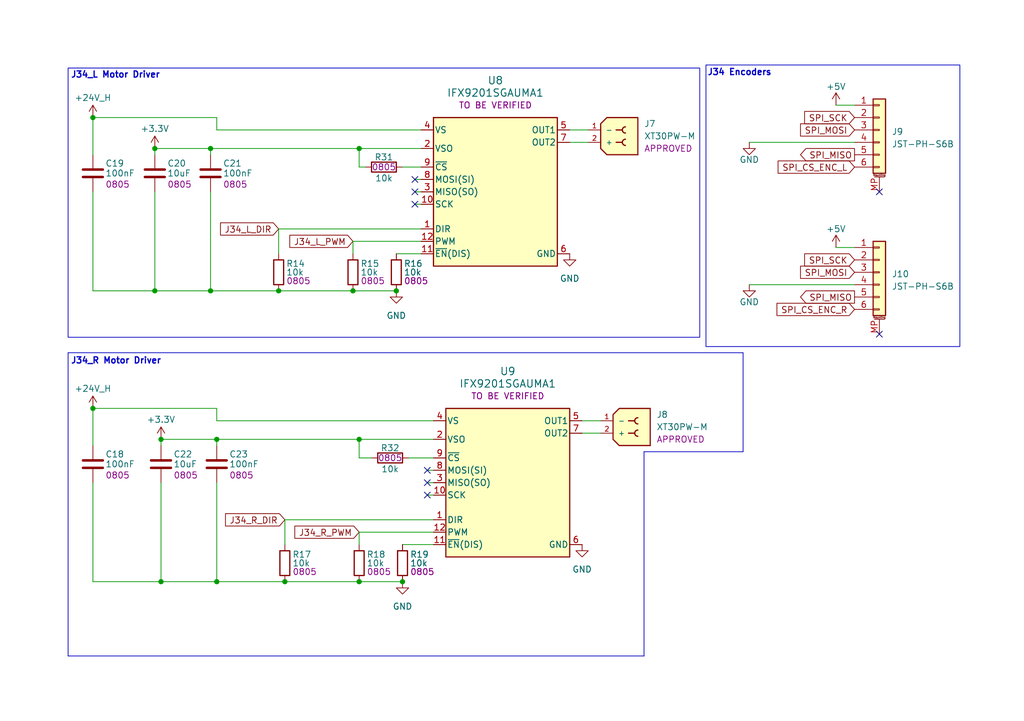
<source format=kicad_sch>
(kicad_sch (version 20231120) (generator "eeschema") (generator_version "8.0")
  (paper "A5")
  (title_block (title "${PROJECTNAME}") (date "2025-02-08") (rev "${REVISION}") (company "${GROUP_NAME}") (comment 1 "${AUTHOR}"))
  (lib_symbols
    (symbol "Connector_Generic_MountingPin:Conn_01x06_MountingPin" (pin_names (offset 1.016) hide)
      (property "Reference" "J" (at 0 7.62 0))
      (property "Value" "Conn_01x06_MountingPin" (at 1.27 -10.16 0))
      (symbol "Conn_01x06_MountingPin_1_1"
        (rectangle (start -1.27 -7.493) (end 0 -7.747) (stroke (width 0.1524)))
        (rectangle (start -1.27 -4.953) (end 0 -5.207) (stroke (width 0.1524)))
        (rectangle (start -1.27 -2.413) (end 0 -2.667) (stroke (width 0.1524)))
        (rectangle (start -1.27 0.127) (end 0 -0.127) (stroke (width 0.1524)))
        (rectangle (start -1.27 2.667) (end 0 2.413) (stroke (width 0.1524)))
        (rectangle (start -1.27 5.207) (end 0 4.953) (stroke (width 0.1524)))
        (rectangle (start -1.27 6.35) (end 1.27 -8.89) (stroke (width 0.254)) (fill (type background)))
        (polyline (pts (xy -1.016 -9.652) (xy 1.016 -9.652)) (stroke (width 0.1524)))
        (text "Mounting" (at 0 -9.271 0) (effects (font (size 0.381 0.381))))
        (pin passive line (at -5.08 5.08 0) (length 3.81) (name "Pin_1") (number "1"))
        (pin passive line (at -5.08 2.54 0) (length 3.81) (name "Pin_2") (number "2"))
        (pin passive line (at -5.08 0 0) (length 3.81) (name "Pin_3") (number "3"))
        (pin passive line (at -5.08 -2.54 0) (length 3.81) (name "Pin_4") (number "4"))
        (pin passive line (at -5.08 -5.08 0) (length 3.81) (name "Pin_5") (number "5"))
        (pin passive line (at -5.08 -7.62 0) (length 3.81) (name "Pin_6") (number "6"))
        (pin passive line (at 0 -12.7 90) (length 3.048) (name "MountPin") (number "MP"))
      )
    )
    (symbol "RoverLibrary:C_0805" (pin_numbers hide) (pin_names (offset 0.254))
      (property "Reference" "C" (at 2.54 2.032 0))
      (property "Value" "~" (at 2.54 0 0))
      (property "Package" "0805" (at 2.54 -2.286 0))
      (symbol "C_0805_0_1"
        (polyline (pts (xy -2.032 -0.762) (xy 2.032 -0.762)) (stroke (width 0.508)))
        (polyline (pts (xy -2.032 0.762) (xy 2.032 0.762)) (stroke (width 0.508)))
      )
      (symbol "C_0805_1_1"
        (pin passive line (at 0 3.81 270) (length 2.794) (name "~") (number "1"))
        (pin passive line (at 0 -3.81 90) (length 2.794) (name "~") (number "2"))
      )
    )
    (symbol "RoverLibrary:Drive-IFX9201SGAUMA1" (pin_names (offset 0.254))
      (property "Reference" "U" (at 0 -1.27 0))
      (property "Value" "IFX9201SGAUMA1" (at 0 -3.81 0))
      (property "STATUS" "TO BE VERIFIED" (at 0 1.016 0))
      (symbol "Drive-IFX9201SGAUMA1_1_1"
        (rectangle (start -12.7 -6.35) (end 12.7 -36.83) (stroke (width 0.254)) (fill (type background)))
        (pin input line (at -15.24 -29.21 0) (length 2.54) (name "DIR") (number "1"))
        (pin input line (at -15.24 -24.13 0) (length 2.54) (name "SCK") (number "10"))
        (pin input line (at -15.24 -34.29 0) (length 2.54) (name "~{EN}(DIS)") (number "11"))
        (pin input line (at -15.24 -31.75 0) (length 2.54) (name "PWM") (number "12"))
        (pin input line (at -15.24 -12.7 0) (length 2.54) (name "VSO") (number "2"))
        (pin output line (at -15.24 -21.59 0) (length 2.54) (name "MISO(SO)") (number "3"))
        (pin power_in line (at -15.24 -8.89 0) (length 2.54) (name "VS") (number "4"))
        (pin power_out line (at 15.24 -8.89 180) (length 2.54) (name "OUT1") (number "5"))
        (pin input line (at 15.24 -34.29 180) (length 2.54) (name "GND") (number "6"))
        (pin power_out line (at 15.24 -11.43 180) (length 2.54) (name "OUT2") (number "7"))
        (pin input line (at -15.24 -19.05 0) (length 2.54) (name "MOSI(SI)") (number "8"))
        (pin input line (at -15.24 -16.51 0) (length 2.54) (name "~{CS}") (number "9"))
      )
    )
    (symbol "RoverLibrary:R_0805" (pin_numbers hide) (pin_names (offset 0))
      (property "Reference" "R" (at 2.032 0 90))
      (property "Value" "k" (at 0 0 90))
      (property "Package" "0805" (at -2.286 0 90))
      (symbol "R_0805_0_1"
        (rectangle (start -1.016 -2.54) (end 1.016 2.54) (stroke (width 0.254)))
      )
      (symbol "R_0805_1_1"
        (pin passive line (at 0 3.81 270) (length 1.27) (name "~") (number "1"))
        (pin passive line (at 0 -3.81 90) (length 1.27) (name "~") (number "2"))
      )
    )
    (symbol "RoverLibrary:XT30PW-F" (pin_names (offset 1.016))
      (property "Reference" "J" (at -7.62 3.81 0))
      (property "Value" "XT30PW-F" (at -7.62 -7.62 0))
      (property "STATUS" "APPROVED" (at -3.81 6.604 0))
      (symbol "XT30PW-F_0_0"
        (arc (start -5.0773 -3.175) (mid -4.445 -2.54) (end -5.0773 -1.905) (stroke (width 0.254)))
        (arc (start -5.0773 -0.635) (mid -4.445 0) (end -5.0773 0.635) (stroke (width 0.254)))
        (polyline (pts (xy -3.1723 -2.54) (xy -4.4423 -2.54)) (stroke (width 0.254)))
        (polyline (pts (xy -3.1723 0) (xy -4.4423 0)) (stroke (width 0.254)))
      )
      (symbol "XT30PW-F_1_0"
        (polyline (pts (xy -7.62 2.54) (xy -1.27 2.54) (xy -1.27 2.54) (xy 0 1.27) (xy 0 -3.81) (xy -1.27 -5.08) (xy -7.62 -5.08) (xy -7.62 2.54)) (stroke (width 0.254)) (fill (type background)))
        (pin power_in line (at 2.54 -2.54 180) (length 2.54) (name "-") (number "1"))
        (pin power_in line (at 2.54 0 180) (length 2.54) (name "+") (number "2"))
      )
    )
    (symbol "power:+24V" (power) (pin_numbers hide) (pin_names (offset 0) hide)
      (property "Value" "+24V" (at 0 3.556 0))
      (symbol "+24V_0_1"
        (polyline (pts (xy -0.762 1.27) (xy 0 2.54)))
        (polyline (pts (xy 0 0) (xy 0 2.54)))
        (polyline (pts (xy 0 2.54) (xy 0.762 1.27)))
      )
      (symbol "+24V_1_1"
        (pin power_in line (at 0 0 90) (length 0) (name "~") (number "1"))
      )
    )
    (symbol "power:+3.3V" (power) (pin_numbers hide) (pin_names (offset 0) hide)
      (property "Value" "+3.3V" (at 0 3.556 0))
      (symbol "+3.3V_0_1"
        (polyline (pts (xy -0.762 1.27) (xy 0 2.54)))
        (polyline (pts (xy 0 0) (xy 0 2.54)))
        (polyline (pts (xy 0 2.54) (xy 0.762 1.27)))
      )
      (symbol "+3.3V_1_1"
        (pin power_in line (at 0 0 90) (length 0) (name "~") (number "1"))
      )
    )
    (symbol "power:+5V" (power) (pin_numbers hide) (pin_names (offset 0) hide)
      (property "Value" "+5V" (at 0 3.556 0))
      (symbol "+5V_0_1"
        (polyline (pts (xy -0.762 1.27) (xy 0 2.54)))
        (polyline (pts (xy 0 0) (xy 0 2.54)))
        (polyline (pts (xy 0 2.54) (xy 0.762 1.27)))
      )
      (symbol "+5V_1_1"
        (pin power_in line (at 0 0 90) (length 0) (name "~") (number "1"))
      )
    )
    (symbol "power:GND" (power) (pin_numbers hide) (pin_names (offset 0) hide)
      (property "Value" "GND" (at 0 -3.81 0))
      (symbol "GND_0_1"
        (polyline (pts (xy 0 0) (xy 0 -1.27) (xy 1.27 -1.27) (xy 0 -2.54) (xy -1.27 -1.27) (xy 0 -1.27)))
      )
      (symbol "GND_1_1"
        (pin power_in line (at 0 0 270) (length 0) (name "~") (number "1"))
      )
    )
  )
  (junction (at 19.05 83.82))
  (junction (at 73.66 30.48))
  (junction (at 44.45 119.38))
  (junction (at 81.28 59.69))
  (junction (at 58.42 119.38))
  (junction (at 73.66 119.38))
  (junction (at 33.02 119.38))
  (junction (at 31.75 30.48))
  (junction (at 31.75 59.69))
  (junction (at 73.66 90.17))
  (junction (at 72.39 59.69))
  (junction (at 82.55 119.38))
  (junction (at 33.02 90.17))
  (junction (at 19.05 24.13))
  (junction (at 44.45 90.17))
  (junction (at 43.18 30.48))
  (junction (at 43.18 59.69))
  (junction (at 57.15 59.69))
  (no_connect (at 87.63 99.06))
  (no_connect (at 85.09 39.37))
  (no_connect (at 87.63 101.6))
  (no_connect (at 87.63 96.52))
  (no_connect (at 85.09 41.91))
  (no_connect (at 85.09 36.83))
  (no_connect (at 180.34 68.58))
  (no_connect (at 180.34 39.37))
  (polyline (pts (xy 13.97 134.62) (xy 132.08 134.62)))
  (wire (pts (xy 73.66 93.98) (xy 76.2 93.98)))
  (wire (pts (xy 31.75 59.69) (xy 31.75 39.37)))
  (wire (pts (xy 31.75 59.69) (xy 43.18 59.69)))
  (wire (pts (xy 123.19 88.9) (xy 119.38 88.9)))
  (wire (pts (xy 72.39 52.07) (xy 72.39 49.53)))
  (wire (pts (xy 73.66 109.22) (xy 88.9 109.22)))
  (wire (pts (xy 44.45 26.67) (xy 86.36 26.67)))
  (polyline (pts (xy 152.4 92.71) (xy 152.4 72.39)))
  (wire (pts (xy 43.18 30.48) (xy 73.66 30.48)))
  (wire (pts (xy 85.09 41.91) (xy 86.36 41.91)))
  (wire (pts (xy 33.02 119.38) (xy 44.45 119.38)))
  (wire (pts (xy 153.67 29.21) (xy 175.26 29.21)))
  (wire (pts (xy 19.05 24.13) (xy 44.45 24.13)))
  (wire (pts (xy 33.02 119.38) (xy 33.02 99.06)))
  (wire (pts (xy 72.39 49.53) (xy 86.36 49.53)))
  (wire (pts (xy 44.45 24.13) (xy 44.45 26.67)))
  (wire (pts (xy 73.66 93.98) (xy 73.66 90.17)))
  (wire (pts (xy 87.63 101.6) (xy 88.9 101.6)))
  (wire (pts (xy 31.75 31.75) (xy 31.75 30.48)))
  (wire (pts (xy 120.65 29.21) (xy 116.84 29.21)))
  (wire (pts (xy 72.39 59.69) (xy 81.28 59.69)))
  (wire (pts (xy 44.45 91.44) (xy 44.45 90.17)))
  (wire (pts (xy 57.15 46.99) (xy 86.36 46.99)))
  (wire (pts (xy 73.66 30.48) (xy 86.36 30.48)))
  (wire (pts (xy 82.55 111.76) (xy 88.9 111.76)))
  (wire (pts (xy 58.42 106.68) (xy 88.9 106.68)))
  (wire (pts (xy 73.66 119.38) (xy 82.55 119.38)))
  (wire (pts (xy 85.09 36.83) (xy 86.36 36.83)))
  (wire (pts (xy 43.18 59.69) (xy 43.18 39.37)))
  (wire (pts (xy 58.42 111.76) (xy 58.42 106.68)))
  (wire (pts (xy 73.66 34.29) (xy 73.66 30.48)))
  (wire (pts (xy 58.42 119.38) (xy 73.66 119.38)))
  (wire (pts (xy 19.05 31.75) (xy 19.05 24.13)))
  (wire (pts (xy 171.45 21.59) (xy 175.26 21.59)))
  (wire (pts (xy 44.45 86.36) (xy 88.9 86.36)))
  (polyline (pts (xy 13.97 72.39) (xy 152.4 72.39)))
  (wire (pts (xy 19.05 91.44) (xy 19.05 83.82)))
  (wire (pts (xy 123.19 86.36) (xy 119.38 86.36)))
  (wire (pts (xy 43.18 59.69) (xy 57.15 59.69)))
  (wire (pts (xy 73.66 90.17) (xy 88.9 90.17)))
  (wire (pts (xy 44.45 83.82) (xy 44.45 86.36)))
  (wire (pts (xy 19.05 119.38) (xy 19.05 99.06)))
  (wire (pts (xy 19.05 119.38) (xy 33.02 119.38)))
  (wire (pts (xy 171.45 50.8) (xy 175.26 50.8)))
  (wire (pts (xy 33.02 91.44) (xy 33.02 90.17)))
  (wire (pts (xy 85.09 39.37) (xy 86.36 39.37)))
  (wire (pts (xy 33.02 90.17) (xy 44.45 90.17)))
  (wire (pts (xy 44.45 119.38) (xy 44.45 99.06)))
  (wire (pts (xy 87.63 99.06) (xy 88.9 99.06)))
  (wire (pts (xy 44.45 119.38) (xy 58.42 119.38)))
  (wire (pts (xy 82.55 34.29) (xy 86.36 34.29)))
  (wire (pts (xy 43.18 31.75) (xy 43.18 30.48)))
  (wire (pts (xy 57.15 52.07) (xy 57.15 46.99)))
  (wire (pts (xy 83.82 93.98) (xy 88.9 93.98)))
  (wire (pts (xy 19.05 83.82) (xy 44.45 83.82)))
  (wire (pts (xy 19.05 59.69) (xy 31.75 59.69)))
  (polyline (pts (xy 132.08 134.62) (xy 132.08 92.71)))
  (wire (pts (xy 31.75 30.48) (xy 43.18 30.48)))
  (wire (pts (xy 120.65 26.67) (xy 116.84 26.67)))
  (wire (pts (xy 87.63 96.52) (xy 88.9 96.52)))
  (wire (pts (xy 19.05 59.69) (xy 19.05 39.37)))
  (wire (pts (xy 153.67 58.42) (xy 175.26 58.42)))
  (polyline (pts (xy 132.08 92.71) (xy 152.4 92.71)))
  (wire (pts (xy 74.93 34.29) (xy 73.66 34.29)))
  (wire (pts (xy 57.15 59.69) (xy 72.39 59.69)))
  (polyline (pts (xy 13.97 72.39) (xy 13.97 134.62)))
  (wire (pts (xy 44.45 90.17) (xy 73.66 90.17)))
  (wire (pts (xy 81.28 52.07) (xy 86.36 52.07)))
  (wire (pts (xy 73.66 111.76) (xy 73.66 109.22)))
  (rectangle (start 13.97 13.97) (end 143.51 69.215))
  (rectangle (start 144.78 13.335) (end 196.85 71.12))
  (text "J34_L Motor Driver" (at 14.478 15.494 0) (effects (font (size 1.27 1.27) (thickness 0.254) (bold yes)) (justify left)))
  (text "J34 Encoders" (at 145.034 14.986 0) (effects (font (size 1.27 1.27) (thickness 0.254) (bold yes)) (justify left)))
  (text "J34_R Motor Driver" (at 14.478 74.168 0) (effects (font (size 1.27 1.27) (thickness 0.254) (bold yes)) (justify left)))
  (global_label "SPI_CS_ENC_L" (shape input) (at 175.26 34.29 180) (property "Intersheetrefs" "${INTERSHEET_REFS}" (effects (hide yes))))
  (global_label "SPI_MOSI" (shape input) (at 175.26 26.67 180) (property "Intersheetrefs" "${INTERSHEET_REFS}" (effects (hide yes))))
  (global_label "SPI_MOSI" (shape input) (at 175.26 55.88 180) (property "Intersheetrefs" "${INTERSHEET_REFS}" (effects (hide yes))))
  (global_label "J34_R_DIR" (shape input) (at 58.42 106.68 180) (property "Intersheetrefs" "${INTERSHEET_REFS}" (effects (hide yes))))
  (global_label "SPI_MISO" (shape output) (at 175.26 60.96 180) (property "Intersheetrefs" "${INTERSHEET_REFS}" (effects (hide yes))))
  (global_label "J34_R_PWM" (shape input) (at 73.66 109.22 180) (property "Intersheetrefs" "${INTERSHEET_REFS}" (effects (hide yes))))
  (global_label "SPI_MISO" (shape output) (at 175.26 31.75 180) (property "Intersheetrefs" "${INTERSHEET_REFS}" (effects (hide yes))))
  (global_label "SPI_CS_ENC_R" (shape input) (at 175.26 63.5 180) (property "Intersheetrefs" "${INTERSHEET_REFS}" (effects (hide yes))))
  (global_label "J34_L_DIR" (shape input) (at 57.15 46.99 180) (property "Intersheetrefs" "${INTERSHEET_REFS}" (effects (hide yes))))
  (global_label "J34_L_PWM" (shape input) (at 72.39 49.53 180) (property "Intersheetrefs" "${INTERSHEET_REFS}" (effects (hide yes))))
  (global_label "SPI_SCK" (shape input) (at 175.26 24.13 180) (property "Intersheetrefs" "${INTERSHEET_REFS}" (effects (hide yes))))
  (global_label "SPI_SCK" (shape input) (at 175.26 53.34 180) (property "Intersheetrefs" "${INTERSHEET_REFS}" (effects (hide yes))))
  (symbol (lib_id "power:+5V") (at 171.45 50.8 0) (unit 1)
    (property "Reference" "#PWR060" (effects (hide yes)))
    (property "Value" "+5V" (at 171.45 46.99 0))
    (property "Description" "Power symbol creates a global label with name \"+5V\"" (effects (hide yes)))
  )
  (symbol (lib_id "power:GND") (at 153.67 29.21 0) (unit 1)
    (property "Reference" "#PWR059" (effects (hide yes)))
    (property "Value" "GND" (at 153.67 32.766 0))
    (property "Description" "Power symbol creates a global label with name \"GND\" , ground" (effects (hide yes)))
  )
  (symbol (lib_id "power:GND") (at 81.28 59.69 0) (unit 1)
    (property "Reference" "#PWR053" (effects (hide yes)))
    (property "Value" "GND" (at 81.28 64.77 0))
    (property "Description" "Power symbol creates a global label with name \"GND\" , ground" (effects (hide yes)))
  )
  (symbol (lib_id "RoverLibrary:C_0805") (at 31.75 35.56 0) (unit 1)
    (property "Reference" "C20" (at 34.29 33.528 0) (effects (justify left)))
    (property "Value" "10uF" (at 34.29 35.56 0) (effects (justify left)))
    (property "Footprint" "Capacitor_SMD:C_0805_2012Metric_Pad1.18x1.45mm_HandSolder" (effects (hide yes)))
    (property "Description" "Unpolarized capacitor" (effects (hide yes)))
    (property "Package" "0805" (at 34.29 37.846 0) (effects (justify left)))
  )
  (symbol (lib_id "power:GND") (at 119.38 111.76 0) (unit 1)
    (property "Reference" "#PWR056" (effects (hide yes)))
    (property "Value" "GND" (at 119.38 116.84 0))
    (property "Description" "Power symbol creates a global label with name \"GND\" , ground" (effects (hide yes)))
  )
  (symbol (lib_id "RoverLibrary:Drive-IFX9201SGAUMA1") (at 101.6 17.78 0) (unit 1)
    (property "Reference" "U8" (at 101.6 16.51 0) (effects (font (size 1.524 1.524))))
    (property "Value" "IFX9201SGAUMA1" (at 101.6 19.05 0) (effects (font (size 1.524 1.524))))
    (property "Footprint" "RoverFootprint:DRIVE_IFX9201SGAUMA1" (effects (hide yes)))
    (property "Datasheet" "https://www.infineon.com/dgdl/Infineon-IFX9201SG-DS-v01_01-EN.pdf?fileId=5546d4624cb7f111014d2e8916795dea&ack=t" (effects (hide yes)))
    (property "Description" "Full H-Bridge, DC Drive, SPI, 6A" (effects (hide yes)))
    (property "STATUS" "TO BE VERIFIED" (at 101.6 21.59 0))
  )
  (symbol (lib_id "RoverLibrary:C_0805") (at 19.05 35.56 0) (unit 1)
    (property "Reference" "C19" (at 21.59 33.528 0) (effects (justify left)))
    (property "Value" "100nF" (at 21.59 35.56 0) (effects (justify left)))
    (property "Footprint" "Capacitor_SMD:C_0805_2012Metric_Pad1.18x1.45mm_HandSolder" (effects (hide yes)))
    (property "Description" "Unpolarized capacitor" (effects (hide yes)))
    (property "Package" "0805" (at 21.59 37.846 0) (effects (justify left)))
  )
  (symbol (lib_id "RoverLibrary:R_0805") (at 81.28 55.88 0) (unit 1)
    (property "Reference" "R16" (at 82.804 54.102 0) (effects (justify left)))
    (property "Value" "10k" (at 82.804 55.88 0) (effects (justify left)))
    (property "Footprint" "Resistor_SMD:R_0805_2012Metric_Pad1.20x1.40mm_HandSolder" (effects (hide yes)))
    (property "Description" "Resistor" (effects (hide yes)))
    (property "Package" "0805" (at 85.344 57.658 0))
  )
  (symbol (lib_id "RoverLibrary:Drive-IFX9201SGAUMA1") (at 104.14 77.47 0) (unit 1)
    (property "Reference" "U9" (at 104.14 76.2 0) (effects (font (size 1.524 1.524))))
    (property "Value" "IFX9201SGAUMA1" (at 104.14 78.74 0) (effects (font (size 1.524 1.524))))
    (property "Footprint" "RoverFootprint:DRIVE_IFX9201SGAUMA1" (effects (hide yes)))
    (property "Datasheet" "https://www.infineon.com/dgdl/Infineon-IFX9201SG-DS-v01_01-EN.pdf?fileId=5546d4624cb7f111014d2e8916795dea&ack=t" (effects (hide yes)))
    (property "Description" "Full H-Bridge, DC Drive, SPI, 6A" (effects (hide yes)))
    (property "STATUS" "TO BE VERIFIED" (at 104.14 81.28 0))
  )
  (symbol (lib_id "RoverLibrary:XT30PW-F") (at 123.19 29.21 180) (unit 1)
    (property "Reference" "J7" (at 132.08 25.3999 0) (effects (justify right)))
    (property "Value" "XT30PW-M" (at 132.08 27.9399 0) (effects (justify right)))
    (property "Footprint" "RoverFootprint:AMASS_XT30PW-F_1x02_P2.50mm_Horizontal" (effects (hide yes)))
    (property "STATUS" "APPROVED" (at 132.08 30.4799 0) (effects (justify right)))
    (property "MF" "amass" (effects (hide yes)))
    (property "MAXIMUM_PACKAGE_HEIGHT" "5 mm" (effects (hide yes)))
    (property "Package" "None" (effects (hide yes)))
    (property "Price" "None" (effects (hide yes)))
    (property "Check_prices" "https://www.snapeda.com/parts/XT30PW-F/AMASS/view-part/?ref=eda" (effects (hide yes)))
    (property "STANDARD" "Manufacturer Recommendations" (effects (hide yes)))
    (property "PARTREV" "1.2" (effects (hide yes)))
    (property "SnapEDA_Link" "https://www.snapeda.com/parts/XT30PW-F/AMASS/view-part/?ref=snap" (effects (hide yes)))
    (property "MP" "XT30PW-F" (effects (hide yes)))
    (property "Description_1" "\nSocket; DC supply; XT30; female; PIN: 2; on PCBs; THT; yellow; 15A\n" (effects (hide yes)))
    (property "MANUFACTURER" "Amass" (effects (hide yes)))
    (property "Availability" "Not in stock" (effects (hide yes)))
    (property "SNAPEDA_PN" "XT30PW-F" (effects (hide yes)))
  )
  (symbol (lib_id "RoverLibrary:R_0805") (at 72.39 55.88 0) (unit 1)
    (property "Reference" "R15" (at 73.914 54.102 0) (effects (justify left)))
    (property "Value" "10k" (at 73.914 55.88 0) (effects (justify left)))
    (property "Footprint" "Resistor_SMD:R_0805_2012Metric_Pad1.20x1.40mm_HandSolder" (effects (hide yes)))
    (property "Description" "Resistor" (effects (hide yes)))
    (property "Package" "0805" (at 76.454 57.658 0))
  )
  (symbol (lib_id "RoverLibrary:R_0805") (at 80.01 93.98 90) (unit 1)
    (property "Reference" "R32" (at 80.01 91.948 90))
    (property "Value" "10k" (at 80.01 96.266 90))
    (property "Footprint" "Resistor_SMD:R_0805_2012Metric_Pad1.20x1.40mm_HandSolder" (effects (hide yes)))
    (property "Description" "Resistor" (effects (hide yes)))
    (property "Package" "0805" (at 80.01 93.98 90))
  )
  (symbol (lib_id "RoverLibrary:C_0805") (at 19.05 95.25 0) (unit 1)
    (property "Reference" "C18" (at 21.59 93.218 0) (effects (justify left)))
    (property "Value" "100nF" (at 21.59 95.25 0) (effects (justify left)))
    (property "Footprint" "Capacitor_SMD:C_0805_2012Metric_Pad1.18x1.45mm_HandSolder" (effects (hide yes)))
    (property "Description" "Unpolarized capacitor" (effects (hide yes)))
    (property "Package" "0805" (at 21.59 97.536 0) (effects (justify left)))
  )
  (symbol (lib_id "power:GND") (at 153.67 58.42 0) (unit 1)
    (property "Reference" "#PWR061" (effects (hide yes)))
    (property "Value" "GND" (at 153.67 61.976 0))
    (property "Description" "Power symbol creates a global label with name \"GND\" , ground" (effects (hide yes)))
  )
  (symbol (lib_id "power:GND") (at 116.84 52.07 0) (unit 1)
    (property "Reference" "#PWR052" (effects (hide yes)))
    (property "Value" "GND" (at 116.84 57.15 0))
    (property "Description" "Power symbol creates a global label with name \"GND\" , ground" (effects (hide yes)))
  )
  (symbol (lib_id "RoverLibrary:R_0805") (at 78.74 34.29 90) (unit 1)
    (property "Reference" "R31" (at 78.74 32.258 90))
    (property "Value" "10k" (at 78.74 36.576 90))
    (property "Footprint" "Resistor_SMD:R_0805_2012Metric_Pad1.20x1.40mm_HandSolder" (effects (hide yes)))
    (property "Description" "Resistor" (effects (hide yes)))
    (property "Package" "0805" (at 78.74 34.29 90))
  )
  (symbol (lib_id "power:GND") (at 82.55 119.38 0) (unit 1)
    (property "Reference" "#PWR057" (effects (hide yes)))
    (property "Value" "GND" (at 82.55 124.46 0))
    (property "Description" "Power symbol creates a global label with name \"GND\" , ground" (effects (hide yes)))
  )
  (symbol (lib_id "power:+3.3V") (at 31.75 30.48 0) (unit 1)
    (property "Reference" "#PWR051" (effects (hide yes)))
    (property "Value" "+3.3V" (at 31.75 26.416 0))
    (property "Description" "Power symbol creates a global label with name \"+3.3V\"" (effects (hide yes)))
  )
  (symbol (lib_id "Connector_Generic_MountingPin:Conn_01x06_MountingPin") (at 180.34 55.88 0) (unit 1)
    (property "Reference" "J10" (at 182.88 56.2355 0) (effects (justify left)))
    (property "Value" "JST-PH-S6B" (at 182.88 58.7755 0) (effects (justify left)))
    (property "Footprint" "Connector_JST:JST_PH_S6B-PH-SM4-TB_1x06-1MP_P2.00mm_Horizontal" (effects (hide yes)))
    (property "Description" "Generic connectable mounting pin connector, single row, 01x06, script generated (kicad-library-utils/schlib/autogen/connector/)" (effects (hide yes)))
  )
  (symbol (lib_id "RoverLibrary:R_0805") (at 82.55 115.57 0) (unit 1)
    (property "Reference" "R19" (at 84.074 113.792 0) (effects (justify left)))
    (property "Value" "10k" (at 84.074 115.57 0) (effects (justify left)))
    (property "Footprint" "Resistor_SMD:R_0805_2012Metric_Pad1.20x1.40mm_HandSolder" (effects (hide yes)))
    (property "Description" "Resistor" (effects (hide yes)))
    (property "Package" "0805" (at 86.614 117.348 0))
  )
  (symbol (lib_id "RoverLibrary:C_0805") (at 33.02 95.25 0) (unit 1)
    (property "Reference" "C22" (at 35.56 93.218 0) (effects (justify left)))
    (property "Value" "10uF" (at 35.56 95.25 0) (effects (justify left)))
    (property "Footprint" "Capacitor_SMD:C_0805_2012Metric_Pad1.18x1.45mm_HandSolder" (effects (hide yes)))
    (property "Description" "Unpolarized capacitor" (effects (hide yes)))
    (property "Package" "0805" (at 35.56 97.536 0) (effects (justify left)))
  )
  (symbol (lib_id "power:+3.3V") (at 33.02 90.17 0) (unit 1)
    (property "Reference" "#PWR055" (effects (hide yes)))
    (property "Value" "+3.3V" (at 33.02 86.106 0))
    (property "Description" "Power symbol creates a global label with name \"+3.3V\"" (effects (hide yes)))
  )
  (symbol (lib_id "RoverLibrary:R_0805") (at 58.42 115.57 0) (unit 1)
    (property "Reference" "R17" (at 59.944 113.792 0) (effects (justify left)))
    (property "Value" "10k" (at 59.944 115.57 0) (effects (justify left)))
    (property "Footprint" "Resistor_SMD:R_0805_2012Metric_Pad1.20x1.40mm_HandSolder" (effects (hide yes)))
    (property "Description" "Resistor" (effects (hide yes)))
    (property "Package" "0805" (at 62.484 117.348 0))
  )
  (symbol (lib_id "Connector_Generic_MountingPin:Conn_01x06_MountingPin") (at 180.34 26.67 0) (unit 1)
    (property "Reference" "J9" (at 182.88 27.0255 0) (effects (justify left)))
    (property "Value" "JST-PH-S6B" (at 182.88 29.5655 0) (effects (justify left)))
    (property "Footprint" "Connector_JST:JST_PH_S6B-PH-SM4-TB_1x06-1MP_P2.00mm_Horizontal" (effects (hide yes)))
    (property "Description" "Generic connectable mounting pin connector, single row, 01x06, script generated (kicad-library-utils/schlib/autogen/connector/)" (effects (hide yes)))
  )
  (symbol (lib_id "power:+24V") (at 19.05 24.13 0) (unit 1)
    (property "Reference" "#PWR050" (effects (hide yes)))
    (property "Value" "+24V_H" (at 19.05 20.066 0))
    (property "Description" "Power symbol creates a global label with name \"+24V\"" (effects (hide yes)))
  )
  (symbol (lib_id "RoverLibrary:C_0805") (at 44.45 95.25 0) (unit 1)
    (property "Reference" "C23" (at 46.99 93.218 0) (effects (justify left)))
    (property "Value" "100nF" (at 46.99 95.25 0) (effects (justify left)))
    (property "Footprint" "Capacitor_SMD:C_0805_2012Metric_Pad1.18x1.45mm_HandSolder" (effects (hide yes)))
    (property "Description" "Unpolarized capacitor" (effects (hide yes)))
    (property "Package" "0805" (at 46.99 97.536 0) (effects (justify left)))
  )
  (symbol (lib_id "power:+24V") (at 19.05 83.82 0) (unit 1)
    (property "Reference" "#PWR054" (effects (hide yes)))
    (property "Value" "+24V_H" (at 19.05 79.756 0))
    (property "Description" "Power symbol creates a global label with name \"+24V\"" (effects (hide yes)))
  )
  (symbol (lib_id "RoverLibrary:R_0805") (at 73.66 115.57 0) (unit 1)
    (property "Reference" "R18" (at 75.184 113.792 0) (effects (justify left)))
    (property "Value" "10k" (at 75.184 115.57 0) (effects (justify left)))
    (property "Footprint" "Resistor_SMD:R_0805_2012Metric_Pad1.20x1.40mm_HandSolder" (effects (hide yes)))
    (property "Description" "Resistor" (effects (hide yes)))
    (property "Package" "0805" (at 77.724 117.348 0))
  )
  (symbol (lib_id "RoverLibrary:R_0805") (at 57.15 55.88 0) (unit 1)
    (property "Reference" "R14" (at 58.674 54.102 0) (effects (justify left)))
    (property "Value" "10k" (at 58.674 55.88 0) (effects (justify left)))
    (property "Footprint" "Resistor_SMD:R_0805_2012Metric_Pad1.20x1.40mm_HandSolder" (effects (hide yes)))
    (property "Description" "Resistor" (effects (hide yes)))
    (property "Package" "0805" (at 61.214 57.658 0))
  )
  (symbol (lib_id "RoverLibrary:XT30PW-F") (at 125.73 88.9 180) (unit 1)
    (property "Reference" "J8" (at 134.62 85.0899 0) (effects (justify right)))
    (property "Value" "XT30PW-M" (at 134.62 87.6299 0) (effects (justify right)))
    (property "Footprint" "RoverFootprint:AMASS_XT30PW-F_1x02_P2.50mm_Horizontal" (effects (hide yes)))
    (property "STATUS" "APPROVED" (at 134.62 90.1699 0) (effects (justify right)))
    (property "MF" "amass" (effects (hide yes)))
    (property "MAXIMUM_PACKAGE_HEIGHT" "5 mm" (effects (hide yes)))
    (property "Package" "None" (effects (hide yes)))
    (property "Price" "None" (effects (hide yes)))
    (property "Check_prices" "https://www.snapeda.com/parts/XT30PW-F/AMASS/view-part/?ref=eda" (effects (hide yes)))
    (property "STANDARD" "Manufacturer Recommendations" (effects (hide yes)))
    (property "PARTREV" "1.2" (effects (hide yes)))
    (property "SnapEDA_Link" "https://www.snapeda.com/parts/XT30PW-F/AMASS/view-part/?ref=snap" (effects (hide yes)))
    (property "MP" "XT30PW-F" (effects (hide yes)))
    (property "Description_1" "\nSocket; DC supply; XT30; female; PIN: 2; on PCBs; THT; yellow; 15A\n" (effects (hide yes)))
    (property "MANUFACTURER" "Amass" (effects (hide yes)))
    (property "Availability" "Not in stock" (effects (hide yes)))
    (property "SNAPEDA_PN" "XT30PW-F" (effects (hide yes)))
  )
  (symbol (lib_id "RoverLibrary:C_0805") (at 43.18 35.56 0) (unit 1)
    (property "Reference" "C21" (at 45.72 33.528 0) (effects (justify left)))
    (property "Value" "100nF" (at 45.72 35.56 0) (effects (justify left)))
    (property "Footprint" "Capacitor_SMD:C_0805_2012Metric_Pad1.18x1.45mm_HandSolder" (effects (hide yes)))
    (property "Description" "Unpolarized capacitor" (effects (hide yes)))
    (property "Package" "0805" (at 45.72 37.846 0) (effects (justify left)))
  )
  (symbol (lib_id "power:+5V") (at 171.45 21.59 0) (unit 1)
    (property "Reference" "#PWR058" (effects (hide yes)))
    (property "Value" "+5V" (at 171.45 17.78 0))
    (property "Description" "Power symbol creates a global label with name \"+5V\"" (effects (hide yes)))
  )
)
</source>
